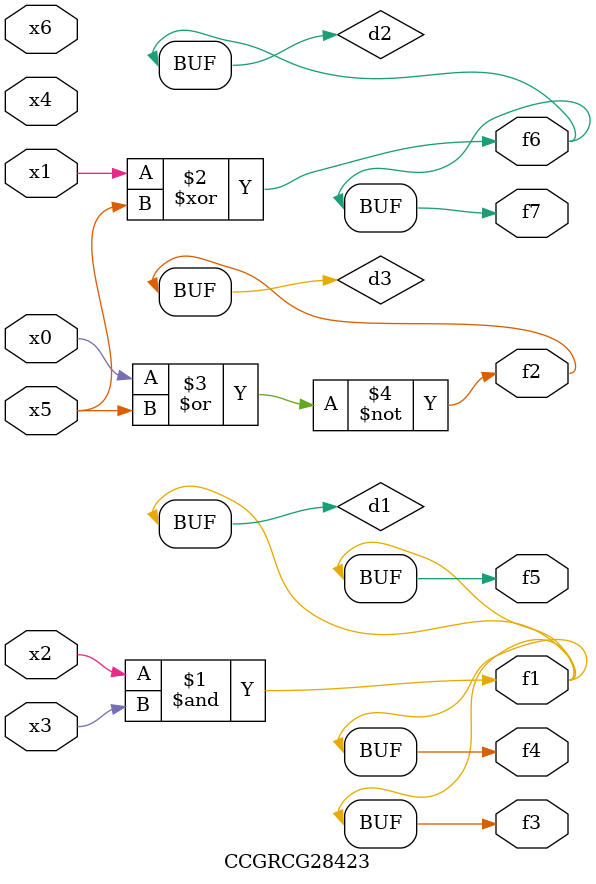
<source format=v>
module CCGRCG28423(
	input x0, x1, x2, x3, x4, x5, x6,
	output f1, f2, f3, f4, f5, f6, f7
);

	wire d1, d2, d3;

	and (d1, x2, x3);
	xor (d2, x1, x5);
	nor (d3, x0, x5);
	assign f1 = d1;
	assign f2 = d3;
	assign f3 = d1;
	assign f4 = d1;
	assign f5 = d1;
	assign f6 = d2;
	assign f7 = d2;
endmodule

</source>
